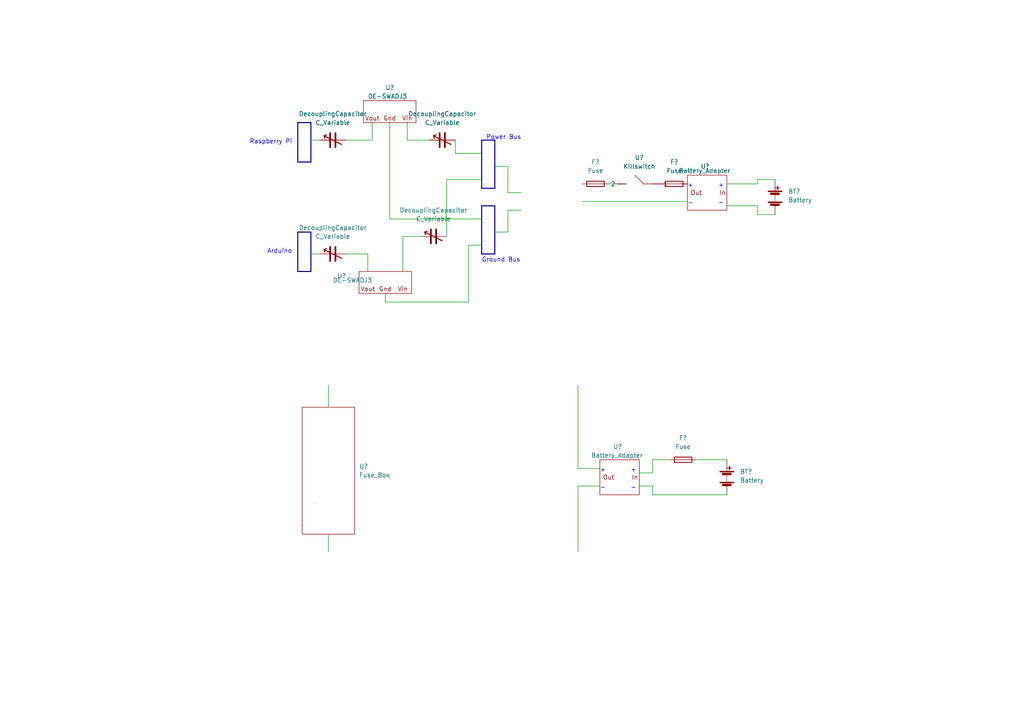
<source format=kicad_sch>
(kicad_sch (version 20211123) (generator eeschema)

  (uuid e63e39d7-6ac0-4ffd-8aa3-1841a4541b55)

  (paper "A4")

  (lib_symbols
    (symbol "Capstone:Battery_Adapter" (in_bom yes) (on_board yes)
      (property "Reference" "U" (id 0) (at 8.89 0 0)
        (effects (font (size 1.27 1.27)))
      )
      (property "Value" "Battery_Adapter" (id 1) (at 0 6.35 0)
        (effects (font (size 1.27 1.27)))
      )
      (property "Footprint" "" (id 2) (at 0 0 0)
        (effects (font (size 1.27 1.27)) hide)
      )
      (property "Datasheet" "" (id 3) (at 0 0 0)
        (effects (font (size 1.27 1.27)) hide)
      )
      (symbol "Battery_Adapter_0_0"
        (rectangle (start -5.08 5.08) (end -5.08 5.08)
          (stroke (width 0) (type default) (color 0 0 0 0))
          (fill (type none))
        )
        (rectangle (start -5.08 5.08) (end 6.35 -5.08)
          (stroke (width 0) (type default) (color 0 0 0 0))
          (fill (type none))
        )
        (text "In" (at 5.08 0 0)
          (effects (font (size 1.27 1.27)))
        )
        (text "Out" (at -2.54 0 0)
          (effects (font (size 1.27 1.27)))
        )
      )
    )
    (symbol "Capstone:DE-SWADJ3" (in_bom yes) (on_board yes)
      (property "Reference" "U" (id 0) (at 0 0 0)
        (effects (font (size 1.27 1.27)))
      )
      (property "Value" "DE-SWADJ3" (id 1) (at 0 3.81 0)
        (effects (font (size 1.27 1.27)))
      )
      (property "Footprint" "" (id 2) (at 0 0 0)
        (effects (font (size 1.27 1.27)) hide)
      )
      (property "Datasheet" "" (id 3) (at 0 0 0)
        (effects (font (size 1.27 1.27)) hide)
      )
      (symbol "DE-SWADJ3_0_0"
        (text "Gnd" (at 0 -2.54 0)
          (effects (font (size 1.27 1.27)))
        )
        (text "Vin" (at 5.08 -2.54 0)
          (effects (font (size 1.27 1.27)))
        )
        (text "Vout" (at -5.08 -2.54 0)
          (effects (font (size 1.27 1.27)))
        )
      )
      (symbol "DE-SWADJ3_0_1"
        (rectangle (start -7.62 2.54) (end 7.62 -3.81)
          (stroke (width 0) (type default) (color 0 0 0 0))
          (fill (type none))
        )
      )
    )
    (symbol "Capstone:Fuse_Box" (in_bom yes) (on_board yes)
      (property "Reference" "U" (id 0) (at 0 0 0)
        (effects (font (size 1.27 1.27)))
      )
      (property "Value" "Fuse_Box" (id 1) (at 0 10.16 0)
        (effects (font (size 1.27 1.27)))
      )
      (property "Footprint" "" (id 2) (at 0 0 0)
        (effects (font (size 1.27 1.27)) hide)
      )
      (property "Datasheet" "" (id 3) (at 0 0 0)
        (effects (font (size 1.27 1.27)) hide)
      )
      (symbol "Fuse_Box_0_1"
        (rectangle (start -16.51 8.89) (end 20.32 -6.35)
          (stroke (width 0) (type default) (color 0 0 0 0))
          (fill (type none))
        )
        (rectangle (start -13.97 8.89) (end -13.97 8.89)
          (stroke (width 0) (type default) (color 0 0 0 0))
          (fill (type none))
        )
        (rectangle (start -13.97 8.89) (end -13.97 8.89)
          (stroke (width 0) (type default) (color 0 0 0 0))
          (fill (type none))
        )
        (rectangle (start -12.7 8.89) (end -12.7 8.89)
          (stroke (width 0) (type default) (color 0 0 0 0))
          (fill (type none))
        )
        (rectangle (start -12.7 8.89) (end -12.7 8.89)
          (stroke (width 0) (type default) (color 0 0 0 0))
          (fill (type none))
        )
        (rectangle (start -10.16 8.89) (end -10.16 8.89)
          (stroke (width 0) (type default) (color 0 0 0 0))
          (fill (type none))
        )
        (rectangle (start -7.62 5.08) (end -7.62 5.08)
          (stroke (width 0) (type default) (color 0 0 0 0))
          (fill (type none))
        )
      )
    )
    (symbol "Device:Battery" (pin_numbers hide) (pin_names (offset 0) hide) (in_bom yes) (on_board yes)
      (property "Reference" "BT" (id 0) (at 2.54 2.54 0)
        (effects (font (size 1.27 1.27)) (justify left))
      )
      (property "Value" "Battery" (id 1) (at 2.54 0 0)
        (effects (font (size 1.27 1.27)) (justify left))
      )
      (property "Footprint" "" (id 2) (at 0 1.524 90)
        (effects (font (size 1.27 1.27)) hide)
      )
      (property "Datasheet" "~" (id 3) (at 0 1.524 90)
        (effects (font (size 1.27 1.27)) hide)
      )
      (property "ki_keywords" "batt voltage-source cell" (id 4) (at 0 0 0)
        (effects (font (size 1.27 1.27)) hide)
      )
      (property "ki_description" "Multiple-cell battery" (id 5) (at 0 0 0)
        (effects (font (size 1.27 1.27)) hide)
      )
      (symbol "Battery_0_1"
        (rectangle (start -2.032 -1.397) (end 2.032 -1.651)
          (stroke (width 0) (type default) (color 0 0 0 0))
          (fill (type outline))
        )
        (rectangle (start -2.032 1.778) (end 2.032 1.524)
          (stroke (width 0) (type default) (color 0 0 0 0))
          (fill (type outline))
        )
        (rectangle (start -1.3208 -1.9812) (end 1.27 -2.4892)
          (stroke (width 0) (type default) (color 0 0 0 0))
          (fill (type outline))
        )
        (rectangle (start -1.3208 1.1938) (end 1.27 0.6858)
          (stroke (width 0) (type default) (color 0 0 0 0))
          (fill (type outline))
        )
        (polyline
          (pts
            (xy 0 -1.524)
            (xy 0 -1.27)
          )
          (stroke (width 0) (type default) (color 0 0 0 0))
          (fill (type none))
        )
        (polyline
          (pts
            (xy 0 -1.016)
            (xy 0 -0.762)
          )
          (stroke (width 0) (type default) (color 0 0 0 0))
          (fill (type none))
        )
        (polyline
          (pts
            (xy 0 -0.508)
            (xy 0 -0.254)
          )
          (stroke (width 0) (type default) (color 0 0 0 0))
          (fill (type none))
        )
        (polyline
          (pts
            (xy 0 0)
            (xy 0 0.254)
          )
          (stroke (width 0) (type default) (color 0 0 0 0))
          (fill (type none))
        )
        (polyline
          (pts
            (xy 0 0.508)
            (xy 0 0.762)
          )
          (stroke (width 0) (type default) (color 0 0 0 0))
          (fill (type none))
        )
        (polyline
          (pts
            (xy 0 1.778)
            (xy 0 2.54)
          )
          (stroke (width 0) (type default) (color 0 0 0 0))
          (fill (type none))
        )
        (polyline
          (pts
            (xy 0.254 2.667)
            (xy 1.27 2.667)
          )
          (stroke (width 0.254) (type default) (color 0 0 0 0))
          (fill (type none))
        )
        (polyline
          (pts
            (xy 0.762 3.175)
            (xy 0.762 2.159)
          )
          (stroke (width 0.254) (type default) (color 0 0 0 0))
          (fill (type none))
        )
      )
      (symbol "Battery_1_1"
        (pin passive line (at 0 5.08 270) (length 2.54)
          (name "+" (effects (font (size 1.27 1.27))))
          (number "1" (effects (font (size 1.27 1.27))))
        )
        (pin passive line (at 0 -5.08 90) (length 2.54)
          (name "-" (effects (font (size 1.27 1.27))))
          (number "2" (effects (font (size 1.27 1.27))))
        )
      )
    )
    (symbol "Device:C_Variable" (pin_numbers hide) (pin_names (offset 0.254) hide) (in_bom yes) (on_board yes)
      (property "Reference" "C" (id 0) (at 0.635 -1.905 0)
        (effects (font (size 1.27 1.27)) (justify left))
      )
      (property "Value" "C_Variable" (id 1) (at 0.635 -3.81 0)
        (effects (font (size 1.27 1.27)) (justify left))
      )
      (property "Footprint" "" (id 2) (at 0 0 0)
        (effects (font (size 1.27 1.27)) hide)
      )
      (property "Datasheet" "~" (id 3) (at 0 0 0)
        (effects (font (size 1.27 1.27)) hide)
      )
      (property "ki_keywords" "trimmer capacitor" (id 4) (at 0 0 0)
        (effects (font (size 1.27 1.27)) hide)
      )
      (property "ki_description" "Variable capacitor" (id 5) (at 0 0 0)
        (effects (font (size 1.27 1.27)) hide)
      )
      (symbol "C_Variable_0_1"
        (polyline
          (pts
            (xy -2.032 -0.762)
            (xy 2.032 -0.762)
          )
          (stroke (width 0.508) (type default) (color 0 0 0 0))
          (fill (type none))
        )
        (polyline
          (pts
            (xy -2.032 0.762)
            (xy 2.032 0.762)
          )
          (stroke (width 0.508) (type default) (color 0 0 0 0))
          (fill (type none))
        )
        (polyline
          (pts
            (xy 1.27 2.54)
            (xy -1.27 -2.54)
          )
          (stroke (width 0.3048) (type default) (color 0 0 0 0))
          (fill (type none))
        )
        (polyline
          (pts
            (xy 1.27 2.54)
            (xy 0.508 2.286)
          )
          (stroke (width 0.3048) (type default) (color 0 0 0 0))
          (fill (type none))
        )
        (polyline
          (pts
            (xy 1.27 2.54)
            (xy 1.524 1.778)
          )
          (stroke (width 0.3048) (type default) (color 0 0 0 0))
          (fill (type none))
        )
      )
      (symbol "C_Variable_1_1"
        (pin passive line (at 0 3.81 270) (length 3.048)
          (name "~" (effects (font (size 1.27 1.27))))
          (number "1" (effects (font (size 1.27 1.27))))
        )
        (pin passive line (at 0 -3.81 90) (length 3.048)
          (name "~" (effects (font (size 1.27 1.27))))
          (number "2" (effects (font (size 1.27 1.27))))
        )
      )
    )
    (symbol "Device:Fuse" (pin_numbers hide) (pin_names (offset 0)) (in_bom yes) (on_board yes)
      (property "Reference" "F" (id 0) (at 2.032 0 90)
        (effects (font (size 1.27 1.27)))
      )
      (property "Value" "Fuse" (id 1) (at -1.905 0 90)
        (effects (font (size 1.27 1.27)))
      )
      (property "Footprint" "" (id 2) (at -1.778 0 90)
        (effects (font (size 1.27 1.27)) hide)
      )
      (property "Datasheet" "~" (id 3) (at 0 0 0)
        (effects (font (size 1.27 1.27)) hide)
      )
      (property "ki_keywords" "fuse" (id 4) (at 0 0 0)
        (effects (font (size 1.27 1.27)) hide)
      )
      (property "ki_description" "Fuse" (id 5) (at 0 0 0)
        (effects (font (size 1.27 1.27)) hide)
      )
      (property "ki_fp_filters" "*Fuse*" (id 6) (at 0 0 0)
        (effects (font (size 1.27 1.27)) hide)
      )
      (symbol "Fuse_0_1"
        (rectangle (start -0.762 -2.54) (end 0.762 2.54)
          (stroke (width 0.254) (type default) (color 0 0 0 0))
          (fill (type none))
        )
        (polyline
          (pts
            (xy 0 2.54)
            (xy 0 -2.54)
          )
          (stroke (width 0) (type default) (color 0 0 0 0))
          (fill (type none))
        )
      )
      (symbol "Fuse_1_1"
        (pin passive line (at 0 3.81 270) (length 1.27)
          (name "~" (effects (font (size 1.27 1.27))))
          (number "1" (effects (font (size 1.27 1.27))))
        )
        (pin passive line (at 0 -3.81 90) (length 1.27)
          (name "~" (effects (font (size 1.27 1.27))))
          (number "2" (effects (font (size 1.27 1.27))))
        )
      )
    )
    (symbol "Killswitch_1" (in_bom yes) (on_board yes)
      (property "Reference" "U?" (id 0) (at 0 11.43 0)
        (effects (font (size 1.27 1.27)))
      )
      (property "Value" "Killswitch_1" (id 1) (at 0 8.89 0)
        (effects (font (size 1.27 1.27)))
      )
      (property "Footprint" "" (id 2) (at 0 0 0)
        (effects (font (size 1.27 1.27)) hide)
      )
      (property "Datasheet" "" (id 3) (at 0 0 0)
        (effects (font (size 1.27 1.27)) hide)
      )
      (symbol "Killswitch_1_0_1"
        (polyline
          (pts
            (xy 5.08 0)
            (xy 2.54 0)
            (xy 0 2.54)
          )
          (stroke (width 0) (type default) (color 0 0 0 0))
          (fill (type none))
        )
        (circle (center 2.54 0) (radius 0.0001)
          (stroke (width 0) (type default) (color 0 0 0 0))
          (fill (type none))
        )
      )
      (symbol "Killswitch_1_1_1"
        (pin input line (at 5.08 0 0) (length 2.54)
          (name "1" (effects (font (size 1.27 1.27))))
          (number "" (effects (font (size 1.27 1.27))))
        )
        (pin output line (at -2.54 0 180) (length 2.54)
          (name "2" (effects (font (size 1.27 1.27))))
          (number "" (effects (font (size 1.27 1.27))))
        )
      )
    )
  )


  (wire (pts (xy 210.82 143.51) (xy 189.23 143.51))
    (stroke (width 0) (type default) (color 0 0 0 0))
    (uuid 077d5cf6-1dfe-405b-afde-ce260ca08f0f)
  )
  (bus (pts (xy 139.7 73.66) (xy 139.7 59.69))
    (stroke (width 0) (type default) (color 0 0 0 0))
    (uuid 07821772-e71f-49b6-b1b1-bfb4b5a72908)
  )

  (wire (pts (xy 118.11 40.64) (xy 118.11 35.56))
    (stroke (width 0) (type default) (color 0 0 0 0))
    (uuid 09064436-2938-4d95-b879-0e42d19b03db)
  )
  (wire (pts (xy 151.13 60.96) (xy 147.32 60.96))
    (stroke (width 0) (type default) (color 0 0 0 0))
    (uuid 0cfbcbea-c099-4ba0-95de-854fca7460ed)
  )
  (wire (pts (xy 167.64 135.89) (xy 167.64 111.76))
    (stroke (width 0) (type default) (color 0 0 0 0))
    (uuid 0edd3cf1-f8ae-4391-a6e1-537afc69934e)
  )
  (wire (pts (xy 189.23 133.35) (xy 189.23 137.16))
    (stroke (width 0) (type default) (color 0 0 0 0))
    (uuid 0ef8bb7d-3d32-4791-8baf-dbfaaebeff2c)
  )
  (wire (pts (xy 219.71 59.69) (xy 219.71 62.23))
    (stroke (width 0) (type default) (color 0 0 0 0))
    (uuid 12ce63da-eef0-49ce-a897-665e0080811a)
  )
  (wire (pts (xy 106.68 73.66) (xy 100.33 73.66))
    (stroke (width 0) (type default) (color 0 0 0 0))
    (uuid 1330d1c0-7f78-42df-8283-5ef9559bfa0a)
  )
  (wire (pts (xy 168.91 58.42) (xy 199.39 58.42))
    (stroke (width 0) (type default) (color 0 0 0 0))
    (uuid 1446e618-a454-46c2-973f-25cf05d1a380)
  )
  (wire (pts (xy 173.99 135.89) (xy 167.64 135.89))
    (stroke (width 0) (type default) (color 0 0 0 0))
    (uuid 149e9000-7be6-4415-a782-c0cad063c6d9)
  )
  (wire (pts (xy 176.53 53.34) (xy 180.34 53.34))
    (stroke (width 0) (type default) (color 0 0 0 0))
    (uuid 15cbaab7-b259-4520-87d8-5efd1130a8b3)
  )
  (wire (pts (xy 189.23 133.35) (xy 194.31 133.35))
    (stroke (width 0) (type default) (color 0 0 0 0))
    (uuid 1730eb47-85cd-4b76-998a-173c47f8e838)
  )
  (bus (pts (xy 143.51 73.66) (xy 139.7 73.66))
    (stroke (width 0) (type default) (color 0 0 0 0))
    (uuid 1929c873-57ee-465f-8212-371234a6a783)
  )
  (bus (pts (xy 86.36 35.56) (xy 90.17 35.56))
    (stroke (width 0) (type default) (color 0 0 0 0))
    (uuid 19f656d6-725f-4763-9018-d0a0f1afaec7)
  )

  (wire (pts (xy 95.25 160.02) (xy 95.25 154.94))
    (stroke (width 0) (type default) (color 0 0 0 0))
    (uuid 1a2c007a-0792-4491-9dc6-06d103d9362b)
  )
  (wire (pts (xy 189.23 143.51) (xy 189.23 140.97))
    (stroke (width 0) (type default) (color 0 0 0 0))
    (uuid 386372c8-20ef-4ec3-82db-b972799109e0)
  )
  (bus (pts (xy 90.17 78.74) (xy 90.17 67.31))
    (stroke (width 0) (type default) (color 0 0 0 0))
    (uuid 3918c8e2-2f7f-494e-8970-22cd4e7801fc)
  )
  (bus (pts (xy 86.36 67.31) (xy 90.17 67.31))
    (stroke (width 0) (type default) (color 0 0 0 0))
    (uuid 47d169b3-b096-4400-8cc9-7138bcccd367)
  )

  (wire (pts (xy 107.95 40.64) (xy 100.33 40.64))
    (stroke (width 0) (type default) (color 0 0 0 0))
    (uuid 48754d34-1257-405d-99bb-2382c2a51ccc)
  )
  (wire (pts (xy 107.95 35.56) (xy 107.95 40.64))
    (stroke (width 0) (type default) (color 0 0 0 0))
    (uuid 492d948b-8280-466c-98f8-a4733c4e106c)
  )
  (wire (pts (xy 106.68 78.74) (xy 106.68 73.66))
    (stroke (width 0) (type default) (color 0 0 0 0))
    (uuid 4f0d1fec-c8a8-40f3-a2b1-51e47ee602a9)
  )
  (bus (pts (xy 86.36 46.99) (xy 86.36 35.56))
    (stroke (width 0) (type default) (color 0 0 0 0))
    (uuid 4fab6358-17b9-48f7-9970-8a0c7b2eb705)
  )

  (wire (pts (xy 90.17 40.64) (xy 92.71 40.64))
    (stroke (width 0) (type default) (color 0 0 0 0))
    (uuid 52c4c0ec-4abb-4cf9-83b4-cb378a8a4209)
  )
  (wire (pts (xy 135.89 87.63) (xy 135.89 71.12))
    (stroke (width 0) (type default) (color 0 0 0 0))
    (uuid 5976f2b1-e49e-4252-ab62-1a98cad7eaec)
  )
  (wire (pts (xy 95.25 111.76) (xy 95.25 118.11))
    (stroke (width 0) (type default) (color 0 0 0 0))
    (uuid 598ff3c5-5d05-4ad2-99f4-559974c051ab)
  )
  (bus (pts (xy 143.51 73.66) (xy 143.51 59.69))
    (stroke (width 0) (type default) (color 0 0 0 0))
    (uuid 5b2d8c10-bb71-480e-84b1-9bedc399ad36)
  )

  (wire (pts (xy 111.76 85.09) (xy 111.76 87.63))
    (stroke (width 0) (type default) (color 0 0 0 0))
    (uuid 5ee6806a-b32b-4daa-94d1-0d6443e3f2e1)
  )
  (wire (pts (xy 113.03 35.56) (xy 113.03 63.5))
    (stroke (width 0) (type default) (color 0 0 0 0))
    (uuid 62d43ee1-14b0-4805-8fdf-141d460e4342)
  )
  (bus (pts (xy 139.7 54.61) (xy 139.7 40.64))
    (stroke (width 0) (type default) (color 0 0 0 0))
    (uuid 659436fe-c28b-44a7-b1dd-21298b8ef891)
  )
  (bus (pts (xy 139.7 40.64) (xy 143.51 40.64))
    (stroke (width 0) (type default) (color 0 0 0 0))
    (uuid 675fc36d-c255-4fde-8096-fa4186f95fe8)
  )

  (wire (pts (xy 124.46 40.64) (xy 118.11 40.64))
    (stroke (width 0) (type default) (color 0 0 0 0))
    (uuid 6794b306-f499-4bcf-91c0-aa9cc13ae1de)
  )
  (wire (pts (xy 90.17 73.66) (xy 92.71 73.66))
    (stroke (width 0) (type default) (color 0 0 0 0))
    (uuid 67a32efc-b96c-41fa-8e03-b301c2e14ee7)
  )
  (wire (pts (xy 129.54 52.07) (xy 129.54 68.58))
    (stroke (width 0) (type default) (color 0 0 0 0))
    (uuid 6d5c5b72-40ea-4a56-9f07-ab0d84c55c66)
  )
  (wire (pts (xy 135.89 71.12) (xy 139.7 71.12))
    (stroke (width 0) (type default) (color 0 0 0 0))
    (uuid 6dce87fb-40cd-4b97-80cf-4a8a9587b3bd)
  )
  (wire (pts (xy 111.76 87.63) (xy 135.89 87.63))
    (stroke (width 0) (type default) (color 0 0 0 0))
    (uuid 71c9110a-8064-4b4a-acc0-542534ea4901)
  )
  (bus (pts (xy 139.7 59.69) (xy 143.51 59.69))
    (stroke (width 0) (type default) (color 0 0 0 0))
    (uuid 79ec4fc8-33b4-4443-900b-782f42e24ed9)
  )

  (wire (pts (xy 167.64 140.97) (xy 167.64 160.02))
    (stroke (width 0) (type default) (color 0 0 0 0))
    (uuid 7ab36db6-e6da-4376-a21b-df6bfe7e2e65)
  )
  (wire (pts (xy 139.7 52.07) (xy 129.54 52.07))
    (stroke (width 0) (type default) (color 0 0 0 0))
    (uuid 7f861c33-592d-4322-b3b6-91f3b73f9e51)
  )
  (wire (pts (xy 113.03 63.5) (xy 139.7 63.5))
    (stroke (width 0) (type default) (color 0 0 0 0))
    (uuid 82d3aebb-1562-4ab0-b978-2d78b27cd729)
  )
  (wire (pts (xy 185.42 137.16) (xy 189.23 137.16))
    (stroke (width 0) (type default) (color 0 0 0 0))
    (uuid 84afcdd9-64aa-407f-9165-602375b62cb3)
  )
  (wire (pts (xy 147.32 48.26) (xy 143.51 48.26))
    (stroke (width 0) (type default) (color 0 0 0 0))
    (uuid 873d3937-2e20-46a9-ae60-77b6aa785922)
  )
  (wire (pts (xy 116.84 68.58) (xy 116.84 78.74))
    (stroke (width 0) (type default) (color 0 0 0 0))
    (uuid 8ac04154-732a-4e86-b565-b58decab769c)
  )
  (wire (pts (xy 185.42 140.97) (xy 189.23 140.97))
    (stroke (width 0) (type default) (color 0 0 0 0))
    (uuid 8b97c14c-c03f-4f3e-99fd-7aad8e552173)
  )
  (wire (pts (xy 121.92 68.58) (xy 116.84 68.58))
    (stroke (width 0) (type default) (color 0 0 0 0))
    (uuid 96e3de64-3744-463a-8fc9-e1f28910b3ea)
  )
  (wire (pts (xy 210.82 53.34) (xy 219.71 53.34))
    (stroke (width 0) (type default) (color 0 0 0 0))
    (uuid 9782660f-0e02-4c92-9ab5-fb2f3ae048a6)
  )
  (wire (pts (xy 219.71 52.07) (xy 219.71 53.34))
    (stroke (width 0) (type default) (color 0 0 0 0))
    (uuid 9b15726e-7401-4e35-9f1a-d0b4588497f0)
  )
  (wire (pts (xy 151.13 55.88) (xy 147.32 55.88))
    (stroke (width 0) (type default) (color 0 0 0 0))
    (uuid 9eee8caa-27a7-419b-9e9e-3237616876b8)
  )
  (bus (pts (xy 143.51 54.61) (xy 143.51 40.64))
    (stroke (width 0) (type default) (color 0 0 0 0))
    (uuid 9f73028b-2961-4b56-b20f-5c726d8f4b5e)
  )

  (wire (pts (xy 224.79 52.07) (xy 219.71 52.07))
    (stroke (width 0) (type default) (color 0 0 0 0))
    (uuid 9ff6343f-5000-4654-be58-1f5be440ab4e)
  )
  (wire (pts (xy 147.32 60.96) (xy 147.32 67.31))
    (stroke (width 0) (type default) (color 0 0 0 0))
    (uuid af7f7cb2-1c76-4cc1-a2e8-f03ad7e97bc5)
  )
  (bus (pts (xy 90.17 46.99) (xy 86.36 46.99))
    (stroke (width 0) (type default) (color 0 0 0 0))
    (uuid b8766687-d749-4328-a36d-e24f97ce291f)
  )

  (wire (pts (xy 139.7 44.45) (xy 132.08 44.45))
    (stroke (width 0) (type default) (color 0 0 0 0))
    (uuid bdb73286-507b-46cf-93a1-d291e7b112d2)
  )
  (wire (pts (xy 210.82 59.69) (xy 219.71 59.69))
    (stroke (width 0) (type default) (color 0 0 0 0))
    (uuid bdd7a5e7-215a-468e-b48c-5ab97ce62eb6)
  )
  (wire (pts (xy 132.08 44.45) (xy 132.08 40.64))
    (stroke (width 0) (type default) (color 0 0 0 0))
    (uuid be8bfdec-8519-4fa8-8c64-906550ec4fa1)
  )
  (bus (pts (xy 90.17 78.74) (xy 86.36 78.74))
    (stroke (width 0) (type default) (color 0 0 0 0))
    (uuid c197f98b-b822-4a0c-b287-9022c638e2dc)
  )
  (bus (pts (xy 86.36 78.74) (xy 86.36 67.31))
    (stroke (width 0) (type default) (color 0 0 0 0))
    (uuid c36f5c1d-2a5e-4ffa-882b-0acca940c1aa)
  )

  (wire (pts (xy 224.79 62.23) (xy 219.71 62.23))
    (stroke (width 0) (type default) (color 0 0 0 0))
    (uuid dbcc4140-7a3e-4d0d-b2ee-be0316d70716)
  )
  (wire (pts (xy 173.99 140.97) (xy 167.64 140.97))
    (stroke (width 0) (type default) (color 0 0 0 0))
    (uuid dbdd7425-d268-4491-be05-51d1683a2f6c)
  )
  (wire (pts (xy 201.93 133.35) (xy 210.82 133.35))
    (stroke (width 0) (type default) (color 0 0 0 0))
    (uuid dcacea55-639f-4f28-9722-4877fa59c3eb)
  )
  (wire (pts (xy 147.32 55.88) (xy 147.32 48.26))
    (stroke (width 0) (type default) (color 0 0 0 0))
    (uuid ef53e672-86b5-4136-ac6b-e624f32126d5)
  )
  (bus (pts (xy 143.51 54.61) (xy 139.7 54.61))
    (stroke (width 0) (type default) (color 0 0 0 0))
    (uuid f46ff7d9-8044-439a-b541-ad256ac9a2c0)
  )

  (wire (pts (xy 147.32 67.31) (xy 143.51 67.31))
    (stroke (width 0) (type default) (color 0 0 0 0))
    (uuid f7c4e340-f842-4881-88a0-c855e12c290f)
  )
  (bus (pts (xy 90.17 46.99) (xy 90.17 35.56))
    (stroke (width 0) (type default) (color 0 0 0 0))
    (uuid fe5f054d-2a53-4d1b-87c4-c6a71aacdc6f)
  )

  (text "-" (at 173.99 142.24 0)
    (effects (font (size 1.27 1.27)) (justify left bottom))
    (uuid 28925e13-7a1e-41c4-834c-daeead80cea3)
  )
  (text "-" (at 199.39 59.69 0)
    (effects (font (size 1.27 1.27)) (justify left bottom))
    (uuid 508aff27-bbd3-43e4-aee8-8bf6a9f6c7e4)
  )
  (text "+" (at 173.99 137.16 0)
    (effects (font (size 1.27 1.27)) (justify left bottom))
    (uuid 545f5251-bea8-4bd4-9b8a-06981c0efc67)
  )
  (text "-" (at 208.28 59.69 0)
    (effects (font (size 1.27 1.27)) (justify left bottom))
    (uuid 6392dcfe-9a67-4775-adcd-5c8aecdc443d)
  )
  (text "+" (at 182.88 137.16 0)
    (effects (font (size 1.27 1.27)) (justify left bottom))
    (uuid 84e3d36f-9e3d-4640-9b2f-937a81d8e3d3)
  )
  (text "Arduino" (at 77.47 73.66 0)
    (effects (font (size 1.27 1.27)) (justify left bottom))
    (uuid 89fb4a63-a18d-4c7e-be12-f061ef4bf0c0)
  )
  (text "+" (at 208.28 54.61 0)
    (effects (font (size 1.27 1.27)) (justify left bottom))
    (uuid 95fcd108-6765-4754-b0bb-ab4662da2d5d)
  )
  (text "-" (at 182.88 142.24 0)
    (effects (font (size 1.27 1.27)) (justify left bottom))
    (uuid 9fb01e19-efd9-4de0-83c0-8679621a898f)
  )
  (text "Power Bus" (at 140.97 40.64 0)
    (effects (font (size 1.27 1.27)) (justify left bottom))
    (uuid b1084afe-69e5-4c0f-93fb-d2a121a35190)
  )
  (text "Ground Bus" (at 139.7 76.2 0)
    (effects (font (size 1.27 1.27)) (justify left bottom))
    (uuid b91f555e-515d-4915-91fd-26df2c44ff6e)
  )
  (text "Raspberry Pi" (at 72.39 41.91 0)
    (effects (font (size 1.27 1.27)) (justify left bottom))
    (uuid c37d3f0c-41ec-4928-8869-febc821c6326)
  )
  (text "+" (at 199.39 54.61 0)
    (effects (font (size 1.27 1.27)) (justify left bottom))
    (uuid e5e9570c-03b7-4f5f-aa8a-3e33b9351fad)
  )

  (symbol (lib_id "Capstone:Fuse_Box") (at 96.52 138.43 90) (unit 1)
    (in_bom yes) (on_board yes) (fields_autoplaced)
    (uuid 161f6ba7-241f-45fe-8db5-7d887d8ae211)
    (property "Reference" "U?" (id 0) (at 104.14 135.2549 90)
      (effects (font (size 1.27 1.27)) (justify right))
    )
    (property "Value" "Fuse_Box" (id 1) (at 104.14 137.7949 90)
      (effects (font (size 1.27 1.27)) (justify right))
    )
    (property "Footprint" "" (id 2) (at 96.52 138.43 0)
      (effects (font (size 1.27 1.27)) hide)
    )
    (property "Datasheet" "" (id 3) (at 96.52 138.43 0)
      (effects (font (size 1.27 1.27)) hide)
    )
  )

  (symbol (lib_id "Device:Battery") (at 210.82 138.43 0) (unit 1)
    (in_bom yes) (on_board yes) (fields_autoplaced)
    (uuid 1ecd3853-2ecf-4b11-9575-0de4e4aa7142)
    (property "Reference" "BT?" (id 0) (at 214.63 136.7789 0)
      (effects (font (size 1.27 1.27)) (justify left))
    )
    (property "Value" "Battery" (id 1) (at 214.63 139.3189 0)
      (effects (font (size 1.27 1.27)) (justify left))
    )
    (property "Footprint" "" (id 2) (at 210.82 136.906 90)
      (effects (font (size 1.27 1.27)) hide)
    )
    (property "Datasheet" "~" (id 3) (at 210.82 136.906 90)
      (effects (font (size 1.27 1.27)) hide)
    )
    (pin "1" (uuid 0f6a7a94-1068-40c8-9b36-f59674a10696))
    (pin "2" (uuid 85ebcf79-1c2d-43c5-87e4-5d1c2e33ccbd))
  )

  (symbol (lib_name "Killswitch_1") (lib_id "Capstone:Killswitch") (at 184.15 53.34 0) (unit 1)
    (in_bom yes) (on_board yes) (fields_autoplaced)
    (uuid 1ee657af-292d-4b34-9fbb-8ec9899a92a8)
    (property "Reference" "U?" (id 0) (at 185.42 45.72 0))
    (property "Value" "Killswitch" (id 1) (at 185.42 48.26 0))
    (property "Footprint" "" (id 2) (at 184.15 53.34 0)
      (effects (font (size 1.27 1.27)) hide)
    )
    (property "Datasheet" "" (id 3) (at 184.15 53.34 0)
      (effects (font (size 1.27 1.27)) hide)
    )
    (pin "" (uuid 84c5df73-a03d-4b0e-a284-c21f3a0462ae))
    (pin "" (uuid 84c5df73-a03d-4b0e-a284-c21f3a0462ae))
  )

  (symbol (lib_id "Device:C_Variable") (at 125.73 68.58 90) (unit 1)
    (in_bom yes) (on_board yes) (fields_autoplaced)
    (uuid 22da8959-ecb5-45f7-b83a-ea0a8b4348da)
    (property "Reference" "DecouplingCapacitor" (id 0) (at 125.73 60.96 90))
    (property "Value" "C_Variable" (id 1) (at 125.73 63.5 90))
    (property "Footprint" "" (id 2) (at 125.73 68.58 0)
      (effects (font (size 1.27 1.27)) hide)
    )
    (property "Datasheet" "~" (id 3) (at 125.73 68.58 0)
      (effects (font (size 1.27 1.27)) hide)
    )
    (pin "1" (uuid 22579caf-960b-40cf-b09c-0400ea4f5f25))
    (pin "2" (uuid 353fd8c3-faf3-47ab-987c-8278dc021df3))
  )

  (symbol (lib_id "Device:Battery") (at 224.79 57.15 0) (unit 1)
    (in_bom yes) (on_board yes) (fields_autoplaced)
    (uuid 302cf35e-f9ec-4d85-b58d-e56671bd418c)
    (property "Reference" "BT?" (id 0) (at 228.6 55.4989 0)
      (effects (font (size 1.27 1.27)) (justify left))
    )
    (property "Value" "Battery" (id 1) (at 228.6 58.0389 0)
      (effects (font (size 1.27 1.27)) (justify left))
    )
    (property "Footprint" "" (id 2) (at 224.79 55.626 90)
      (effects (font (size 1.27 1.27)) hide)
    )
    (property "Datasheet" "~" (id 3) (at 224.79 55.626 90)
      (effects (font (size 1.27 1.27)) hide)
    )
    (pin "1" (uuid 56973f5a-9187-4b2d-9256-748484364d41))
    (pin "2" (uuid 8af8e677-0057-45b9-bf3d-2dbff0f347c6))
  )

  (symbol (lib_id "Device:C_Variable") (at 128.27 40.64 90) (unit 1)
    (in_bom yes) (on_board yes) (fields_autoplaced)
    (uuid 32f4d402-2b29-49a4-a625-87d0769eaa98)
    (property "Reference" "DecouplingCapacitor" (id 0) (at 128.27 33.02 90))
    (property "Value" "C_Variable" (id 1) (at 128.27 35.56 90))
    (property "Footprint" "" (id 2) (at 128.27 40.64 0)
      (effects (font (size 1.27 1.27)) hide)
    )
    (property "Datasheet" "~" (id 3) (at 128.27 40.64 0)
      (effects (font (size 1.27 1.27)) hide)
    )
    (pin "1" (uuid aa9d795c-e0f1-45c3-b8a8-87851cda2423))
    (pin "2" (uuid 5c339915-97da-45e5-a813-708dbb0d34d5))
  )

  (symbol (lib_id "Capstone:Battery_Adapter") (at 179.07 138.43 0) (unit 1)
    (in_bom yes) (on_board yes)
    (uuid 43e7792b-5cf3-4ffd-8154-e98fe3b417d7)
    (property "Reference" "U?" (id 0) (at 177.8 129.54 0)
      (effects (font (size 1.27 1.27)) (justify left))
    )
    (property "Value" "Battery_Adapter" (id 1) (at 171.45 132.08 0)
      (effects (font (size 1.27 1.27)) (justify left))
    )
    (property "Footprint" "" (id 2) (at 179.07 138.43 0)
      (effects (font (size 1.27 1.27)) hide)
    )
    (property "Datasheet" "" (id 3) (at 179.07 138.43 0)
      (effects (font (size 1.27 1.27)) hide)
    )
  )

  (symbol (lib_id "Device:C_Variable") (at 96.52 40.64 90) (unit 1)
    (in_bom yes) (on_board yes) (fields_autoplaced)
    (uuid 4f9a2c48-b03a-47e0-8d70-4f3a9993fd44)
    (property "Reference" "DecouplingCapacitor" (id 0) (at 96.52 33.02 90))
    (property "Value" "C_Variable" (id 1) (at 96.52 35.56 90))
    (property "Footprint" "" (id 2) (at 96.52 40.64 0)
      (effects (font (size 1.27 1.27)) hide)
    )
    (property "Datasheet" "~" (id 3) (at 96.52 40.64 0)
      (effects (font (size 1.27 1.27)) hide)
    )
    (pin "1" (uuid fb038644-288f-4867-a7d7-ad4d1465d972))
    (pin "2" (uuid c867fa79-f8d6-4c8e-b5df-3c0d76065d8e))
  )

  (symbol (lib_id "Capstone:Battery_Adapter") (at 204.47 55.88 0) (unit 1)
    (in_bom yes) (on_board yes)
    (uuid 5080fa62-4305-4c76-bf9b-f336c4ecfe9d)
    (property "Reference" "U?" (id 0) (at 203.2 48.26 0)
      (effects (font (size 1.27 1.27)) (justify left))
    )
    (property "Value" "Battery_Adapter" (id 1) (at 196.85 49.53 0)
      (effects (font (size 1.27 1.27)) (justify left))
    )
    (property "Footprint" "" (id 2) (at 204.47 55.88 0)
      (effects (font (size 1.27 1.27)) hide)
    )
    (property "Datasheet" "" (id 3) (at 204.47 55.88 0)
      (effects (font (size 1.27 1.27)) hide)
    )
  )

  (symbol (lib_id "Capstone:DE-SWADJ3") (at 113.03 31.75 0) (unit 1)
    (in_bom yes) (on_board yes)
    (uuid 5ea6c2cd-1d53-4f8a-b6d3-80a622030ef4)
    (property "Reference" "U?" (id 0) (at 111.76 25.4 0)
      (effects (font (size 1.27 1.27)) (justify left))
    )
    (property "Value" "DE-SWADJ3" (id 1) (at 106.68 27.94 0)
      (effects (font (size 1.27 1.27)) (justify left))
    )
    (property "Footprint" "" (id 2) (at 113.03 31.75 0)
      (effects (font (size 1.27 1.27)) hide)
    )
    (property "Datasheet" "" (id 3) (at 113.03 31.75 0)
      (effects (font (size 1.27 1.27)) hide)
    )
  )

  (symbol (lib_id "Device:C_Variable") (at 96.52 73.66 90) (unit 1)
    (in_bom yes) (on_board yes) (fields_autoplaced)
    (uuid 8233c3e4-1212-4a8d-ab41-a1598da43ad4)
    (property "Reference" "DecouplingCapacitor" (id 0) (at 96.52 66.04 90))
    (property "Value" "C_Variable" (id 1) (at 96.52 68.58 90))
    (property "Footprint" "" (id 2) (at 96.52 73.66 0)
      (effects (font (size 1.27 1.27)) hide)
    )
    (property "Datasheet" "~" (id 3) (at 96.52 73.66 0)
      (effects (font (size 1.27 1.27)) hide)
    )
    (pin "1" (uuid 86ccbe86-1093-4cb2-aa81-199fa36fc0cc))
    (pin "2" (uuid f92432ff-f88c-4706-9c41-c014ace7fbfc))
  )

  (symbol (lib_id "Device:Fuse") (at 172.72 53.34 90) (unit 1)
    (in_bom yes) (on_board yes) (fields_autoplaced)
    (uuid 9b16e594-e48d-4c25-a271-c213e0127755)
    (property "Reference" "F?" (id 0) (at 172.72 46.99 90))
    (property "Value" "Fuse" (id 1) (at 172.72 49.53 90))
    (property "Footprint" "" (id 2) (at 172.72 55.118 90)
      (effects (font (size 1.27 1.27)) hide)
    )
    (property "Datasheet" "~" (id 3) (at 172.72 53.34 0)
      (effects (font (size 1.27 1.27)) hide)
    )
    (pin "1" (uuid 036bde58-d070-48e5-b58b-70cfeb6516e9))
    (pin "2" (uuid b6b360ac-ebc2-41e5-8bae-06ff232f80e9))
  )

  (symbol (lib_id "Device:Fuse") (at 198.12 133.35 90) (unit 1)
    (in_bom yes) (on_board yes) (fields_autoplaced)
    (uuid d700ef22-117c-4b3c-92a5-a6f5f636314c)
    (property "Reference" "F?" (id 0) (at 198.12 127 90))
    (property "Value" "Fuse" (id 1) (at 198.12 129.54 90))
    (property "Footprint" "" (id 2) (at 198.12 135.128 90)
      (effects (font (size 1.27 1.27)) hide)
    )
    (property "Datasheet" "~" (id 3) (at 198.12 133.35 0)
      (effects (font (size 1.27 1.27)) hide)
    )
    (pin "1" (uuid d7bd382f-ef7e-4f4e-aaac-6406da1b7665))
    (pin "2" (uuid 3934668d-f270-45a6-a5e2-7488b1c300bc))
  )

  (symbol (lib_id "Device:Fuse") (at 195.58 53.34 90) (unit 1)
    (in_bom yes) (on_board yes) (fields_autoplaced)
    (uuid e357fecd-1da4-43bc-b0be-91c9004aff1c)
    (property "Reference" "F?" (id 0) (at 195.58 46.99 90))
    (property "Value" "Fuse" (id 1) (at 195.58 49.53 90))
    (property "Footprint" "" (id 2) (at 195.58 55.118 90)
      (effects (font (size 1.27 1.27)) hide)
    )
    (property "Datasheet" "~" (id 3) (at 195.58 53.34 0)
      (effects (font (size 1.27 1.27)) hide)
    )
    (pin "1" (uuid 186905cd-be96-44ff-ac4b-fe005d6edcbd))
    (pin "2" (uuid bd6a2d2a-9334-4642-9439-04c8badd92d9))
  )

  (symbol (lib_id "Capstone:DE-SWADJ3") (at 111.76 81.28 0) (unit 1)
    (in_bom yes) (on_board yes)
    (uuid e500a192-6fed-4c00-b7bb-2feb187530c0)
    (property "Reference" "U?" (id 0) (at 97.79 80.01 0)
      (effects (font (size 1.27 1.27)) (justify left))
    )
    (property "Value" "DE-SWADJ3" (id 1) (at 96.52 81.28 0)
      (effects (font (size 1.27 1.27)) (justify left))
    )
    (property "Footprint" "" (id 2) (at 111.76 81.28 0)
      (effects (font (size 1.27 1.27)) hide)
    )
    (property "Datasheet" "" (id 3) (at 111.76 81.28 0)
      (effects (font (size 1.27 1.27)) hide)
    )
  )

  (sheet_instances
    (path "/" (page "1"))
  )

  (symbol_instances
    (path "/1ecd3853-2ecf-4b11-9575-0de4e4aa7142"
      (reference "BT?") (unit 1) (value "Battery") (footprint "")
    )
    (path "/302cf35e-f9ec-4d85-b58d-e56671bd418c"
      (reference "BT?") (unit 1) (value "Battery") (footprint "")
    )
    (path "/22da8959-ecb5-45f7-b83a-ea0a8b4348da"
      (reference "DecouplingCapacitor") (unit 1) (value "C_Variable") (footprint "")
    )
    (path "/32f4d402-2b29-49a4-a625-87d0769eaa98"
      (reference "DecouplingCapacitor") (unit 1) (value "C_Variable") (footprint "")
    )
    (path "/4f9a2c48-b03a-47e0-8d70-4f3a9993fd44"
      (reference "DecouplingCapacitor") (unit 1) (value "C_Variable") (footprint "")
    )
    (path "/8233c3e4-1212-4a8d-ab41-a1598da43ad4"
      (reference "DecouplingCapacitor") (unit 1) (value "C_Variable") (footprint "")
    )
    (path "/9b16e594-e48d-4c25-a271-c213e0127755"
      (reference "F?") (unit 1) (value "Fuse") (footprint "")
    )
    (path "/d700ef22-117c-4b3c-92a5-a6f5f636314c"
      (reference "F?") (unit 1) (value "Fuse") (footprint "")
    )
    (path "/e357fecd-1da4-43bc-b0be-91c9004aff1c"
      (reference "F?") (unit 1) (value "Fuse") (footprint "")
    )
    (path "/161f6ba7-241f-45fe-8db5-7d887d8ae211"
      (reference "U?") (unit 1) (value "Fuse_Box") (footprint "")
    )
    (path "/1ee657af-292d-4b34-9fbb-8ec9899a92a8"
      (reference "U?") (unit 1) (value "Killswitch") (footprint "")
    )
    (path "/43e7792b-5cf3-4ffd-8154-e98fe3b417d7"
      (reference "U?") (unit 1) (value "Battery_Adapter") (footprint "")
    )
    (path "/5080fa62-4305-4c76-bf9b-f336c4ecfe9d"
      (reference "U?") (unit 1) (value "Battery_Adapter") (footprint "")
    )
    (path "/5ea6c2cd-1d53-4f8a-b6d3-80a622030ef4"
      (reference "U?") (unit 1) (value "DE-SWADJ3") (footprint "")
    )
    (path "/e500a192-6fed-4c00-b7bb-2feb187530c0"
      (reference "U?") (unit 1) (value "DE-SWADJ3") (footprint "")
    )
  )
)

</source>
